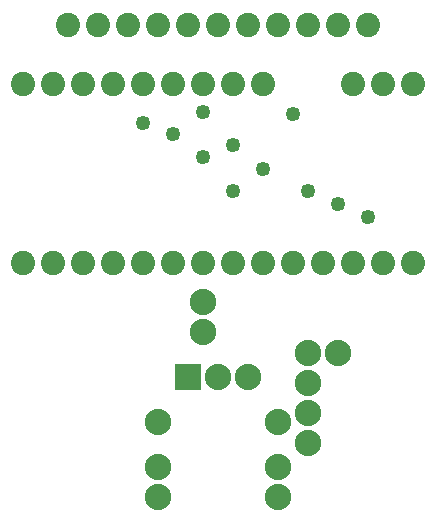
<source format=gts>
G04 MADE WITH FRITZING*
G04 WWW.FRITZING.ORG*
G04 DOUBLE SIDED*
G04 HOLES PLATED*
G04 CONTOUR ON CENTER OF CONTOUR VECTOR*
%ASAXBY*%
%FSLAX23Y23*%
%MOIN*%
%OFA0B0*%
%SFA1.0B1.0*%
%ADD10C,0.049370*%
%ADD11C,0.080866*%
%ADD12C,0.088000*%
%ADD13R,0.088000X0.088000*%
%LNMASK1*%
G90*
G70*
G54D10*
X1150Y1122D03*
X1250Y1078D03*
X1350Y1033D03*
X800Y1383D03*
X600Y1347D03*
X700Y1311D03*
X900Y1275D03*
X1000Y1196D03*
X800Y1233D03*
X900Y1122D03*
X1100Y1379D03*
G54D11*
X1500Y880D03*
X1400Y880D03*
X1300Y880D03*
X1200Y880D03*
X1100Y880D03*
X1000Y880D03*
X900Y880D03*
X800Y880D03*
X700Y880D03*
X600Y880D03*
X500Y880D03*
X400Y880D03*
X300Y880D03*
X200Y880D03*
G54D12*
X1050Y100D03*
X650Y100D03*
X650Y350D03*
X1050Y200D03*
X1050Y350D03*
X650Y200D03*
G54D11*
X350Y1675D03*
X450Y1675D03*
X550Y1675D03*
X650Y1675D03*
X750Y1675D03*
X850Y1675D03*
X950Y1675D03*
X1050Y1675D03*
X1150Y1675D03*
X1250Y1675D03*
X1350Y1675D03*
X350Y1675D03*
X450Y1675D03*
X550Y1675D03*
X650Y1675D03*
X750Y1675D03*
X850Y1675D03*
X950Y1675D03*
X1050Y1675D03*
X1150Y1675D03*
X1250Y1675D03*
X1350Y1675D03*
G54D12*
X800Y750D03*
X800Y650D03*
X1150Y580D03*
X1250Y580D03*
X1150Y280D03*
X1150Y380D03*
X1150Y480D03*
X750Y500D03*
X850Y500D03*
X950Y500D03*
G54D11*
X1499Y1479D03*
X1399Y1479D03*
X1299Y1479D03*
X999Y1479D03*
X899Y1479D03*
X799Y1479D03*
X699Y1479D03*
X599Y1479D03*
X499Y1479D03*
X399Y1479D03*
X299Y1479D03*
X199Y1479D03*
G54D13*
X750Y500D03*
G04 End of Mask1*
M02*
</source>
